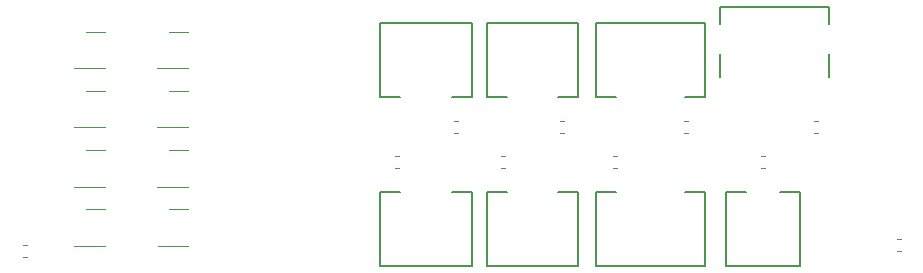
<source format=gbo>
G04 #@! TF.GenerationSoftware,KiCad,Pcbnew,7.0.9-7.0.9~ubuntu22.04.1*
G04 #@! TF.CreationDate,2023-11-24T17:50:00-08:00*
G04 #@! TF.ProjectId,pmod-level-conv-2,706d6f64-2d6c-4657-9665-6c2d636f6e76,rev?*
G04 #@! TF.SameCoordinates,Original*
G04 #@! TF.FileFunction,Legend,Bot*
G04 #@! TF.FilePolarity,Positive*
%FSLAX46Y46*%
G04 Gerber Fmt 4.6, Leading zero omitted, Abs format (unit mm)*
G04 Created by KiCad (PCBNEW 7.0.9-7.0.9~ubuntu22.04.1) date 2023-11-24 17:50:00*
%MOMM*%
%LPD*%
G01*
G04 APERTURE LIST*
%ADD10C,0.120000*%
%ADD11C,0.152400*%
%ADD12C,0.150000*%
G04 APERTURE END LIST*
D10*
G04 #@! TO.C,U6*
X68000000Y-95440000D02*
X67200000Y-95440000D01*
X68000000Y-95440000D02*
X68800000Y-95440000D01*
X68000000Y-98560000D02*
X66200000Y-98560000D01*
X68000000Y-98560000D02*
X68800000Y-98560000D01*
G04 #@! TO.C,U2*
X61000000Y-95440000D02*
X60200000Y-95440000D01*
X61000000Y-95440000D02*
X61800000Y-95440000D01*
X61000000Y-98560000D02*
X59200000Y-98560000D01*
X61000000Y-98560000D02*
X61800000Y-98560000D01*
G04 #@! TO.C,C20*
X95337221Y-100990000D02*
X95662779Y-100990000D01*
X95337221Y-102010000D02*
X95662779Y-102010000D01*
G04 #@! TO.C,C23*
X111162779Y-99010000D02*
X110837221Y-99010000D01*
X111162779Y-97990000D02*
X110837221Y-97990000D01*
G04 #@! TO.C,C26*
X128837221Y-107990000D02*
X129162779Y-107990000D01*
X128837221Y-109010000D02*
X129162779Y-109010000D01*
G04 #@! TO.C,U1*
X61000000Y-90440000D02*
X60200000Y-90440000D01*
X61000000Y-90440000D02*
X61800000Y-90440000D01*
X61000000Y-93560000D02*
X59200000Y-93560000D01*
X61000000Y-93560000D02*
X61800000Y-93560000D01*
D11*
G04 #@! TO.C,J3*
X92872101Y-104006300D02*
X92872101Y-110254700D01*
X91188340Y-104006300D02*
X92872101Y-104006300D01*
X85127901Y-110254700D02*
X92872101Y-110254700D01*
X85127901Y-110254700D02*
X85127901Y-104006300D01*
X85127901Y-104006300D02*
X86811662Y-104006300D01*
D10*
G04 #@! TO.C,U8*
X68053690Y-105440000D02*
X67253690Y-105440000D01*
X68053690Y-105440000D02*
X68853690Y-105440000D01*
X68053690Y-108560000D02*
X66253690Y-108560000D01*
X68053690Y-108560000D02*
X68853690Y-108560000D01*
G04 #@! TO.C,U3*
X61000000Y-100440000D02*
X60200000Y-100440000D01*
X61000000Y-100440000D02*
X61800000Y-100440000D01*
X61000000Y-103560000D02*
X59200000Y-103560000D01*
X61000000Y-103560000D02*
X61800000Y-103560000D01*
D12*
G04 #@! TO.C,J9*
X113900000Y-88350000D02*
X113900000Y-89825000D01*
X113900000Y-92365000D02*
X113900000Y-94250000D01*
X123100000Y-88350000D02*
X113900000Y-88350000D01*
X123100000Y-88350000D02*
X123100000Y-89825000D01*
X123100000Y-92365000D02*
X123100000Y-94250000D01*
D11*
G04 #@! TO.C,J7*
X112622101Y-110254700D02*
X103377901Y-110254700D01*
X112622101Y-104006300D02*
X112622101Y-110254700D01*
X110938340Y-104006300D02*
X112622101Y-104006300D01*
X103377901Y-110254700D02*
X103377901Y-104006300D01*
X103377901Y-104006300D02*
X105061662Y-104006300D01*
D10*
G04 #@! TO.C,C22*
X104837221Y-100990000D02*
X105162779Y-100990000D01*
X104837221Y-102010000D02*
X105162779Y-102010000D01*
G04 #@! TO.C,C21*
X100662779Y-99010000D02*
X100337221Y-99010000D01*
X100662779Y-97990000D02*
X100337221Y-97990000D01*
D11*
G04 #@! TO.C,J10*
X120622101Y-104006300D02*
X120622101Y-110254700D01*
X118938340Y-104006300D02*
X120622101Y-104006300D01*
X114377901Y-110254700D02*
X120622101Y-110254700D01*
X114377901Y-110254700D02*
X114377901Y-104006300D01*
X114377901Y-104006300D02*
X116061662Y-104006300D01*
D10*
G04 #@! TO.C,U4*
X61000000Y-105440000D02*
X60200000Y-105440000D01*
X61000000Y-105440000D02*
X61800000Y-105440000D01*
X61000000Y-108560000D02*
X59200000Y-108560000D01*
X61000000Y-108560000D02*
X61800000Y-108560000D01*
D11*
G04 #@! TO.C,J6*
X94127899Y-95993700D02*
X94127899Y-89745300D01*
X95811660Y-95993700D02*
X94127899Y-95993700D01*
X101872099Y-89745300D02*
X94127899Y-89745300D01*
X101872099Y-89745300D02*
X101872099Y-95993700D01*
X101872099Y-95993700D02*
X100188338Y-95993700D01*
D10*
G04 #@! TO.C,U7*
X68000000Y-100440000D02*
X67200000Y-100440000D01*
X68000000Y-100440000D02*
X68800000Y-100440000D01*
X68000000Y-103560000D02*
X66200000Y-103560000D01*
X68000000Y-103560000D02*
X68800000Y-103560000D01*
D11*
G04 #@! TO.C,J4*
X85127899Y-95993700D02*
X85127899Y-89745300D01*
X86811660Y-95993700D02*
X85127899Y-95993700D01*
X92872099Y-89745300D02*
X85127899Y-89745300D01*
X92872099Y-89745300D02*
X92872099Y-95993700D01*
X92872099Y-95993700D02*
X91188338Y-95993700D01*
G04 #@! TO.C,J5*
X101872101Y-104006300D02*
X101872101Y-110254700D01*
X100188340Y-104006300D02*
X101872101Y-104006300D01*
X94127901Y-110254700D02*
X101872101Y-110254700D01*
X94127901Y-110254700D02*
X94127901Y-104006300D01*
X94127901Y-104006300D02*
X95811662Y-104006300D01*
D10*
G04 #@! TO.C,C19*
X91662779Y-99010000D02*
X91337221Y-99010000D01*
X91662779Y-97990000D02*
X91337221Y-97990000D01*
G04 #@! TO.C,C18*
X86337221Y-100990000D02*
X86662779Y-100990000D01*
X86337221Y-102010000D02*
X86662779Y-102010000D01*
G04 #@! TO.C,C17*
X121837221Y-97990000D02*
X122162779Y-97990000D01*
X121837221Y-99010000D02*
X122162779Y-99010000D01*
G04 #@! TO.C,U5*
X68000000Y-90440000D02*
X67200000Y-90440000D01*
X68000000Y-90440000D02*
X68800000Y-90440000D01*
X68000000Y-93560000D02*
X66200000Y-93560000D01*
X68000000Y-93560000D02*
X68800000Y-93560000D01*
D11*
G04 #@! TO.C,J8*
X103377899Y-89745300D02*
X112622099Y-89745300D01*
X103377899Y-95993700D02*
X103377899Y-89745300D01*
X105061660Y-95993700D02*
X103377899Y-95993700D01*
X112622099Y-89745300D02*
X112622099Y-95993700D01*
X112622099Y-95993700D02*
X110938338Y-95993700D01*
D10*
G04 #@! TO.C,C25*
X55162779Y-109510000D02*
X54837221Y-109510000D01*
X55162779Y-108490000D02*
X54837221Y-108490000D01*
G04 #@! TO.C,C24*
X117337221Y-100990000D02*
X117662779Y-100990000D01*
X117337221Y-102010000D02*
X117662779Y-102010000D01*
G04 #@! TD*
M02*

</source>
